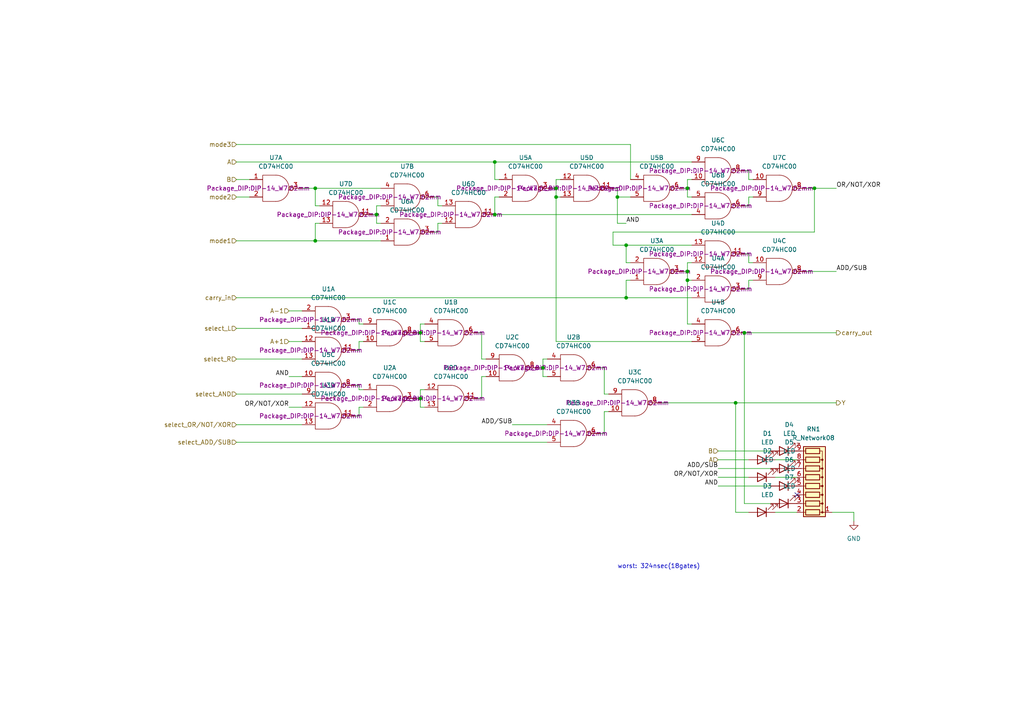
<source format=kicad_sch>
(kicad_sch (version 20211123) (generator eeschema)
  (paper "A4")
  (title_block (title "ALU") (date "2023-01-03") (rev "1.00") (company "cherry-tech"))
  (lib_symbols
    (symbol "CD74HCxx:CD74HC00" (pin_names (offset 0.762))
      (property "Reference" "U" (at -2.54 6.985 0))
      (property "Value" "CD74HC00" (at 1.27 5.08 0))
      (symbol "CD74HC00_0_0"
        (pin power_in line (at -2.54 2.54 0) (length 0) hide (name "VCC") (number "14"))
        (pin power_in line (at -2.54 -2.54 0) (length 0) hide (name "GND") (number "7"))
      )
      (symbol "CD74HC00_0_1"
        (arc (start 0 -3.81) (mid 3.81 0) (end 0 3.81))
        (polyline (pts (xy 0 3.81) (xy -3.81 3.81) (xy -3.81 -3.81) (xy 0 -3.81)))
      )
      (symbol "CD74HC00_0_2"
        (arc (start -4.445 -3.81) (mid -3.175 0) (end -4.445 3.81))
        (arc (start -3.175 -3.81) (mid 0.803 -2.7954) (end 3.81 0))
        (polyline (pts (xy -4.445 -3.81) (xy -3.175 -3.81)))
        (polyline (pts (xy -4.445 3.81) (xy -3.175 3.81)))
        (arc (start 3.81 0) (mid 0.8099 2.8117) (end -3.175 3.81))
      )
      (symbol "CD74HC00_1_1"
        (pin input line (at -7.62 2.54 0) (length 3.81) (name "~") (number "1"))
        (pin input line (at -7.62 -2.54 0) (length 3.81) (name "~") (number "2"))
        (pin output inverted (at 7.62 0 180) (length 3.81) (name "~") (number "3"))
      )
      (symbol "CD74HC00_1_2"
        (pin input inverted (at -7.62 2.54 0) (length 3.81) (name "~") (number "1"))
        (pin input inverted (at -7.62 -2.54 0) (length 3.81) (name "~") (number "2"))
        (pin output line (at 7.62 0 180) (length 3.81) (name "~") (number "3"))
      )
      (symbol "CD74HC00_2_1"
        (pin input line (at -7.62 2.54 0) (length 3.81) (name "~") (number "4"))
        (pin input line (at -7.62 -2.54 0) (length 3.81) (name "~") (number "5"))
        (pin output inverted (at 7.62 0 180) (length 3.81) (name "~") (number "6"))
      )
      (symbol "CD74HC00_2_2"
        (pin input inverted (at -7.62 2.54 0) (length 3.81) (name "~") (number "4"))
        (pin input inverted (at -7.62 -2.54 0) (length 3.81) (name "~") (number "5"))
        (pin output line (at 7.62 0 180) (length 3.81) (name "~") (number "6"))
      )
      (symbol "CD74HC00_3_1"
        (pin input line (at -7.62 -2.54 0) (length 3.81) (name "~") (number "10"))
        (pin output inverted (at 7.62 0 180) (length 3.81) (name "~") (number "8"))
        (pin input line (at -7.62 2.54 0) (length 3.81) (name "~") (number "9"))
      )
      (symbol "CD74HC00_3_2"
        (pin input inverted (at -7.62 -2.54 0) (length 3.81) (name "~") (number "10"))
        (pin output line (at 7.62 0 180) (length 3.81) (name "~") (number "8"))
        (pin input inverted (at -7.62 2.54 0) (length 3.81) (name "~") (number "9"))
      )
      (symbol "CD74HC00_4_1"
        (pin output inverted (at 7.62 0 180) (length 3.81) (name "~") (number "11"))
        (pin input line (at -7.62 2.54 0) (length 3.81) (name "~") (number "12"))
        (pin input line (at -7.62 -2.54 0) (length 3.81) (name "~") (number "13"))
      )
      (symbol "CD74HC00_4_2"
        (pin output line (at 7.62 0 180) (length 3.81) (name "~") (number "11"))
        (pin input inverted (at -7.62 2.54 0) (length 3.81) (name "~") (number "12"))
        (pin input inverted (at -7.62 -2.54 0) (length 3.81) (name "~") (number "13"))
      )
    )
    (symbol "Device:LED" (pin_numbers hide) (pin_names (offset 1.016) hide)
      (property "Reference" "D" (at 0 2.54 0))
      (property "Value" "LED" (at 0 -2.54 0))
      (symbol "LED_0_1"
        (polyline (pts (xy -1.27 -1.27) (xy -1.27 1.27)) (stroke (width 0.254)))
        (polyline (pts (xy -1.27 0) (xy 1.27 0)))
        (polyline (pts (xy 1.27 -1.27) (xy 1.27 1.27) (xy -1.27 0) (xy 1.27 -1.27)) (stroke (width 0.254)))
        (polyline (pts (xy -3.048 -0.762) (xy -4.572 -2.286) (xy -3.81 -2.286) (xy -4.572 -2.286) (xy -4.572 -1.524)))
        (polyline (pts (xy -1.778 -0.762) (xy -3.302 -2.286) (xy -2.54 -2.286) (xy -3.302 -2.286) (xy -3.302 -1.524)))
      )
      (symbol "LED_1_1"
        (pin passive line (at -3.81 0 0) (length 2.54) (name "K") (number "1"))
        (pin passive line (at 3.81 0 180) (length 2.54) (name "A") (number "2"))
      )
    )
    (symbol "Device:R_Network08" (pin_names (offset 0) hide)
      (property "Reference" "RN" (at -12.7 0 90))
      (property "Value" "R_Network08" (at 10.16 0 90))
      (symbol "R_Network08_0_1"
        (rectangle (start -11.43 -3.175) (end 8.89 3.175) (stroke (width 0.254)) (fill (type background)))
        (rectangle (start -10.922 1.524) (end -9.398 -2.54) (stroke (width 0.254)))
        (circle (center -10.16 2.286) (radius 0.254) (fill (type outline)))
        (rectangle (start -8.382 1.524) (end -6.858 -2.54) (stroke (width 0.254)))
        (circle (center -7.62 2.286) (radius 0.254) (fill (type outline)))
        (rectangle (start -5.842 1.524) (end -4.318 -2.54) (stroke (width 0.254)))
        (circle (center -5.08 2.286) (radius 0.254) (fill (type outline)))
        (rectangle (start -3.302 1.524) (end -1.778 -2.54) (stroke (width 0.254)))
        (circle (center -2.54 2.286) (radius 0.254) (fill (type outline)))
        (rectangle (start -0.762 1.524) (end 0.762 -2.54) (stroke (width 0.254)))
        (polyline (pts (xy -10.16 -2.54) (xy -10.16 -3.81)))
        (polyline (pts (xy -7.62 -2.54) (xy -7.62 -3.81)))
        (polyline (pts (xy -5.08 -2.54) (xy -5.08 -3.81)))
        (polyline (pts (xy -2.54 -2.54) (xy -2.54 -3.81)))
        (polyline (pts (xy 0 -2.54) (xy 0 -3.81)))
        (polyline (pts (xy 2.54 -2.54) (xy 2.54 -3.81)))
        (polyline (pts (xy 5.08 -2.54) (xy 5.08 -3.81)))
        (polyline (pts (xy 7.62 -2.54) (xy 7.62 -3.81)))
        (polyline (pts (xy -10.16 1.524) (xy -10.16 2.286) (xy -7.62 2.286) (xy -7.62 1.524)))
        (polyline (pts (xy -7.62 1.524) (xy -7.62 2.286) (xy -5.08 2.286) (xy -5.08 1.524)))
        (polyline (pts (xy -5.08 1.524) (xy -5.08 2.286) (xy -2.54 2.286) (xy -2.54 1.524)))
        (polyline (pts (xy -2.54 1.524) (xy -2.54 2.286) (xy 0 2.286) (xy 0 1.524)))
        (polyline (pts (xy 0 1.524) (xy 0 2.286) (xy 2.54 2.286) (xy 2.54 1.524)))
        (polyline (pts (xy 2.54 1.524) (xy 2.54 2.286) (xy 5.08 2.286) (xy 5.08 1.524)))
        (polyline (pts (xy 5.08 1.524) (xy 5.08 2.286) (xy 7.62 2.286) (xy 7.62 1.524)))
        (circle (center 0 2.286) (radius 0.254) (fill (type outline)))
        (rectangle (start 1.778 1.524) (end 3.302 -2.54) (stroke (width 0.254)))
        (circle (center 2.54 2.286) (radius 0.254) (fill (type outline)))
        (rectangle (start 4.318 1.524) (end 5.842 -2.54) (stroke (width 0.254)))
        (circle (center 5.08 2.286) (radius 0.254) (fill (type outline)))
        (rectangle (start 6.858 1.524) (end 8.382 -2.54) (stroke (width 0.254)))
      )
      (symbol "R_Network08_1_1"
        (pin passive line (at -10.16 5.08 270) (length 2.54) (name "common") (number "1"))
        (pin passive line (at -10.16 -5.08 90) (length 1.27) (name "R1") (number "2"))
        (pin passive line (at -7.62 -5.08 90) (length 1.27) (name "R2") (number "3"))
        (pin passive line (at -5.08 -5.08 90) (length 1.27) (name "R3") (number "4"))
        (pin passive line (at -2.54 -5.08 90) (length 1.27) (name "R4") (number "5"))
        (pin passive line (at 0 -5.08 90) (length 1.27) (name "R5") (number "6"))
        (pin passive line (at 2.54 -5.08 90) (length 1.27) (name "R6") (number "7"))
        (pin passive line (at 5.08 -5.08 90) (length 1.27) (name "R7") (number "8"))
        (pin passive line (at 7.62 -5.08 90) (length 1.27) (name "R8") (number "9"))
      )
    )
    (symbol "power:GND" (power) (pin_names (offset 0))
      (property "Value" "GND" (at 0 -3.81 0))
      (symbol "GND_0_1"
        (polyline (pts (xy 0 0) (xy 0 -1.27) (xy 1.27 -1.27) (xy 0 -2.54) (xy -1.27 -1.27) (xy 0 -1.27)))
      )
      (symbol "GND_1_1"
        (pin power_in line (at 0 0 270) (length 0) hide (name "GND") (number "1"))
      )
    )
  )
  (junction (at 236.22 54.61))
  (junction (at 143.51 62.23))
  (junction (at 91.44 54.61))
  (junction (at 161.29 54.61))
  (junction (at 199.39 81.28))
  (junction (at 157.48 106.68))
  (junction (at 213.36 116.84))
  (junction (at 161.29 57.15))
  (junction (at 179.07 57.15))
  (junction (at 199.39 78.74))
  (junction (at 91.44 69.85))
  (junction (at 199.39 54.61))
  (junction (at 181.61 71.12))
  (junction (at 143.51 46.99))
  (junction (at 121.92 96.52))
  (junction (at 121.92 115.57))
  (junction (at 181.61 86.36))
  (junction (at 109.22 62.23))
  (junction (at 215.9 96.52))
  (no_connect (at 231.14 143.51))
  (wire (pts (xy 161.29 52.07) (xy 161.29 54.61)))
  (wire (pts (xy 157.48 106.68) (xy 157.48 109.22)))
  (wire (pts (xy 161.29 54.61) (xy 161.29 57.15)))
  (wire (pts (xy 68.58 114.3) (xy 87.63 114.3)))
  (wire (pts (xy 143.51 57.15) (xy 143.51 62.23)))
  (wire (pts (xy 144.78 52.07) (xy 143.51 52.07)))
  (wire (pts (xy 91.44 59.69) (xy 91.44 54.61)))
  (wire (pts (xy 182.88 41.91) (xy 182.88 52.07)))
  (wire (pts (xy 68.58 41.91) (xy 182.88 41.91)))
  (wire (pts (xy 181.61 76.2) (xy 181.61 71.12)))
  (wire (pts (xy 217.17 73.66) (xy 217.17 76.2)))
  (wire (pts (xy 68.58 104.14) (xy 87.63 104.14)))
  (wire (pts (xy 143.51 52.07) (xy 143.51 46.99)))
  (wire (pts (xy 139.7 109.22) (xy 139.7 115.57)))
  (wire (pts (xy 236.22 54.61) (xy 236.22 67.31)))
  (wire (pts (xy 139.7 96.52) (xy 139.7 104.14)))
  (wire (pts (xy 143.51 62.23) (xy 200.66 62.23)))
  (wire (pts (xy 217.17 52.07) (xy 218.44 52.07)))
  (wire (pts (xy 120.65 115.57) (xy 121.92 115.57)))
  (wire (pts (xy 104.14 92.71) (xy 102.87 92.71)))
  (wire (pts (xy 92.71 59.69) (xy 91.44 59.69)))
  (wire (pts (xy 139.7 104.14) (xy 140.97 104.14)))
  (wire (pts (xy 83.82 109.22) (xy 87.63 109.22)))
  (wire (pts (xy 224.79 148.59) (xy 231.14 148.59)))
  (wire (pts (xy 181.61 64.77) (xy 179.07 64.77)))
  (wire (pts (xy 175.26 106.68) (xy 175.26 114.3)))
  (wire (pts (xy 199.39 52.07) (xy 199.39 54.61)))
  (wire (pts (xy 199.39 81.28) (xy 200.66 81.28)))
  (wire (pts (xy 102.87 120.65) (xy 104.14 120.65)))
  (wire (pts (xy 215.9 96.52) (xy 215.9 146.05)))
  (wire (pts (xy 104.14 111.76) (xy 102.87 111.76)))
  (wire (pts (xy 200.66 93.98) (xy 199.39 93.98)))
  (wire (pts (xy 199.39 76.2) (xy 199.39 78.74)))
  (wire (pts (xy 110.49 59.69) (xy 109.22 59.69)))
  (wire (pts (xy 109.22 62.23) (xy 109.22 64.77)))
  (wire (pts (xy 215.9 59.69) (xy 217.17 59.69)))
  (wire (pts (xy 200.66 52.07) (xy 199.39 52.07)))
  (wire (pts (xy 127 59.69) (xy 128.27 59.69)))
  (wire (pts (xy 179.07 57.15) (xy 179.07 64.77)))
  (wire (pts (xy 175.26 114.3) (xy 176.53 114.3)))
  (wire (pts (xy 161.29 99.06) (xy 161.29 57.15)))
  (wire (pts (xy 138.43 96.52) (xy 139.7 96.52)))
  (wire (pts (xy 198.12 78.74) (xy 199.39 78.74)))
  (wire (pts (xy 177.8 71.12) (xy 181.61 71.12)))
  (wire (pts (xy 127 67.31) (xy 127 64.77)))
  (wire (pts (xy 68.58 69.85) (xy 91.44 69.85)))
  (wire (pts (xy 199.39 93.98) (xy 199.39 81.28)))
  (wire (pts (xy 233.68 54.61) (xy 236.22 54.61)))
  (wire (pts (xy 173.99 125.73) (xy 175.26 125.73)))
  (wire (pts (xy 107.95 62.23) (xy 109.22 62.23)))
  (wire (pts (xy 125.73 57.15) (xy 127 57.15)))
  (wire (pts (xy 162.56 52.07) (xy 161.29 52.07)))
  (wire (pts (xy 68.58 95.25) (xy 87.63 95.25)))
  (wire (pts (xy 208.28 140.97) (xy 223.52 140.97)))
  (wire (pts (xy 68.58 128.27) (xy 158.75 128.27)))
  (wire (pts (xy 125.73 67.31) (xy 127 67.31)))
  (wire (pts (xy 179.07 54.61) (xy 179.07 57.15)))
  (wire (pts (xy 144.78 57.15) (xy 143.51 57.15)))
  (wire (pts (xy 179.07 57.15) (xy 182.88 57.15)))
  (wire (pts (xy 121.92 99.06) (xy 123.19 99.06)))
  (wire (pts (xy 215.9 96.52) (xy 242.57 96.52)))
  (wire (pts (xy 148.59 123.19) (xy 158.75 123.19)))
  (wire (pts (xy 121.92 113.03) (xy 121.92 115.57)))
  (wire (pts (xy 127 57.15) (xy 127 59.69)))
  (wire (pts (xy 199.39 54.61) (xy 199.39 57.15)))
  (wire (pts (xy 157.48 104.14) (xy 157.48 106.68)))
  (wire (pts (xy 104.14 93.98) (xy 104.14 92.71)))
  (wire (pts (xy 91.44 64.77) (xy 91.44 69.85)))
  (wire (pts (xy 87.63 54.61) (xy 91.44 54.61)))
  (wire (pts (xy 236.22 67.31) (xy 177.8 67.31)))
  (wire (pts (xy 208.28 130.81) (xy 223.52 130.81)))
  (wire (pts (xy 217.17 59.69) (xy 217.17 57.15)))
  (wire (pts (xy 176.53 119.38) (xy 175.26 119.38)))
  (wire (pts (xy 123.19 113.03) (xy 121.92 113.03)))
  (wire (pts (xy 208.28 138.43) (xy 217.17 138.43)))
  (wire (pts (xy 217.17 81.28) (xy 218.44 81.28)))
  (wire (pts (xy 140.97 109.22) (xy 139.7 109.22)))
  (wire (pts (xy 199.39 78.74) (xy 199.39 81.28)))
  (wire (pts (xy 215.9 73.66) (xy 217.17 73.66)))
  (wire (pts (xy 217.17 49.53) (xy 217.17 52.07)))
  (wire (pts (xy 236.22 54.61) (xy 242.57 54.61)))
  (wire (pts (xy 158.75 109.22) (xy 157.48 109.22)))
  (wire (pts (xy 91.44 69.85) (xy 110.49 69.85)))
  (wire (pts (xy 175.26 119.38) (xy 175.26 125.73)))
  (wire (pts (xy 68.58 46.99) (xy 143.51 46.99)))
  (wire (pts (xy 177.8 67.31) (xy 177.8 71.12)))
  (wire (pts (xy 215.9 83.82) (xy 217.17 83.82)))
  (wire (pts (xy 181.61 86.36) (xy 200.66 86.36)))
  (wire (pts (xy 104.14 113.03) (xy 104.14 111.76)))
  (wire (pts (xy 213.36 116.84) (xy 242.57 116.84)))
  (wire (pts (xy 199.39 57.15) (xy 200.66 57.15)))
  (wire (pts (xy 217.17 57.15) (xy 218.44 57.15)))
  (wire (pts (xy 121.92 118.11) (xy 123.19 118.11)))
  (wire (pts (xy 109.22 64.77) (xy 110.49 64.77)))
  (wire (pts (xy 177.8 54.61) (xy 179.07 54.61)))
  (wire (pts (xy 83.82 99.06) (xy 87.63 99.06)))
  (wire (pts (xy 68.58 52.07) (xy 72.39 52.07)))
  (wire (pts (xy 173.99 106.68) (xy 175.26 106.68)))
  (wire (pts (xy 181.61 71.12) (xy 200.66 71.12)))
  (wire (pts (xy 105.41 113.03) (xy 104.14 113.03)))
  (wire (pts (xy 247.65 148.59) (xy 247.65 151.13)))
  (wire (pts (xy 102.87 101.6) (xy 104.14 101.6)))
  (wire (pts (xy 200.66 76.2) (xy 199.39 76.2)))
  (wire (pts (xy 233.68 78.74) (xy 242.57 78.74)))
  (wire (pts (xy 104.14 118.11) (xy 105.41 118.11)))
  (wire (pts (xy 83.82 90.17) (xy 87.63 90.17)))
  (wire (pts (xy 217.17 83.82) (xy 217.17 81.28)))
  (wire (pts (xy 92.71 64.77) (xy 91.44 64.77)))
  (wire (pts (xy 156.21 106.68) (xy 157.48 106.68)))
  (wire (pts (xy 161.29 57.15) (xy 162.56 57.15)))
  (wire (pts (xy 224.79 133.35) (xy 231.14 133.35)))
  (wire (pts (xy 138.43 115.57) (xy 139.7 115.57)))
  (wire (pts (xy 104.14 120.65) (xy 104.14 118.11)))
  (wire (pts (xy 213.36 148.59) (xy 213.36 116.84)))
  (wire (pts (xy 104.14 101.6) (xy 104.14 99.06)))
  (wire (pts (xy 104.14 99.06) (xy 105.41 99.06)))
  (wire (pts (xy 182.88 76.2) (xy 181.61 76.2)))
  (wire (pts (xy 208.28 135.89) (xy 223.52 135.89)))
  (wire (pts (xy 160.02 54.61) (xy 161.29 54.61)))
  (wire (pts (xy 91.44 54.61) (xy 110.49 54.61)))
  (wire (pts (xy 200.66 99.06) (xy 161.29 99.06)))
  (wire (pts (xy 127 64.77) (xy 128.27 64.77)))
  (wire (pts (xy 217.17 148.59) (xy 213.36 148.59)))
  (wire (pts (xy 121.92 115.57) (xy 121.92 118.11)))
  (wire (pts (xy 224.79 138.43) (xy 231.14 138.43)))
  (wire (pts (xy 217.17 76.2) (xy 218.44 76.2)))
  (wire (pts (xy 241.3 148.59) (xy 247.65 148.59)))
  (wire (pts (xy 121.92 93.98) (xy 121.92 96.52)))
  (wire (pts (xy 208.28 133.35) (xy 217.17 133.35)))
  (wire (pts (xy 83.82 118.11) (xy 87.63 118.11)))
  (wire (pts (xy 215.9 146.05) (xy 223.52 146.05)))
  (wire (pts (xy 143.51 46.99) (xy 200.66 46.99)))
  (wire (pts (xy 198.12 54.61) (xy 199.39 54.61)))
  (wire (pts (xy 68.58 57.15) (xy 72.39 57.15)))
  (wire (pts (xy 105.41 93.98) (xy 104.14 93.98)))
  (wire (pts (xy 120.65 96.52) (xy 121.92 96.52)))
  (wire (pts (xy 182.88 81.28) (xy 181.61 81.28)))
  (wire (pts (xy 215.9 49.53) (xy 217.17 49.53)))
  (wire (pts (xy 68.58 86.36) (xy 181.61 86.36)))
  (wire (pts (xy 158.75 104.14) (xy 157.48 104.14)))
  (wire (pts (xy 123.19 93.98) (xy 121.92 93.98)))
  (wire (pts (xy 109.22 59.69) (xy 109.22 62.23)))
  (wire (pts (xy 191.77 116.84) (xy 213.36 116.84)))
  (wire (pts (xy 181.61 81.28) (xy 181.61 86.36)))
  (wire (pts (xy 121.92 96.52) (xy 121.92 99.06)))
  (wire (pts (xy 68.58 123.19) (xy 87.63 123.19)))
  (text "worst: 324nsec(18gates)" (at 179.07 165.1 0) (effects (font (size 1.27 1.27)) (justify left bottom)))
  (label "AND" (at 83.82 109.22 180))
  (label "AND" (at 181.61 64.77 0))
  (label "OR{slash}NOT{slash}XOR" (at 208.28 138.43 180))
  (label "OR{slash}NOT{slash}XOR" (at 242.57 54.61 0))
  (label "OR{slash}NOT{slash}XOR" (at 83.82 118.11 180))
  (label "AND" (at 208.28 140.97 180))
  (label "ADD{slash}SUB" (at 148.59 123.19 180))
  (label "ADD{slash}SUB" (at 208.28 135.89 180))
  (label "ADD{slash}SUB" (at 242.57 78.74 0))
  (hierarchical_label "select_OR{slash}NOT{slash}XOR" (shape input) (at 68.58 123.19 180))
  (hierarchical_label "A" (shape input) (at 68.58 46.99 180))
  (hierarchical_label "carry_out" (shape output) (at 242.57 96.52 0))
  (hierarchical_label "A-1" (shape input) (at 83.82 90.17 180))
  (hierarchical_label "B" (shape input) (at 208.28 130.81 180))
  (hierarchical_label "A" (shape input) (at 208.28 133.35 180))
  (hierarchical_label "select_AND" (shape input) (at 68.58 114.3 180))
  (hierarchical_label "select_ADD{slash}SUB" (shape input) (at 68.58 128.27 180))
  (hierarchical_label "A+1" (shape input) (at 83.82 99.06 180))
  (hierarchical_label "mode3" (shape input) (at 68.58 41.91 180))
  (hierarchical_label "Y" (shape output) (at 242.57 116.84 0))
  (hierarchical_label "mode1" (shape input) (at 68.58 69.85 180))
  (hierarchical_label "select_L" (shape input) (at 68.58 95.25 180))
  (hierarchical_label "carry_in" (shape input) (at 68.58 86.36 180))
  (hierarchical_label "B" (shape input) (at 68.58 52.07 180))
  (hierarchical_label "select_R" (shape input) (at 68.58 104.14 180))
  (hierarchical_label "mode2" (shape input) (at 68.58 57.15 180))
  (symbol (lib_id "Device:LED") (at 227.33 146.05 180) (unit 1)
    (property "Reference" "D7" (at 228.9175 138.43 0))
    (property "Value" "LED" (at 228.9175 140.97 0))
    (property "Footprint" "LED_THT:LED_D3.0mm" (effects hide))
  )
  (symbol (lib_id "Device:R_Network08") (at 236.22 138.43 270) (mirror x) (unit 1)
    (property "Reference" "RN1" (at 235.966 124.46 90))
    (property "Value" "R_Network08" (at 235.966 127 90))
    (property "Footprint" "Resistor_THT:R_Array_SIP9" (effects hide))
    (property "Datasheet" "http://www.vishay.com/docs/31509/csc.pdf" (effects hide))
  )
  (symbol (lib_id "CD74HCxx:CD74HC00") (at 226.06 54.61 0) (mirror x) (unit 3)
    (property "Reference" "U7" (at 226.06 45.72 0))
    (property "Value" "CD74HC00" (at 226.06 48.26 0))
    (property "Footprint" "Package_DIP:DIP-14_W7.62mm" (at 220.98 54.61 0))
  )
  (symbol (lib_id "CD74HCxx:CD74HC00") (at 95.25 101.6 0) (unit 4)
    (property "Reference" "U1" (at 95.25 92.71 0))
    (property "Value" "CD74HC00" (at 95.25 95.25 0))
    (property "Footprint" "Package_DIP:DIP-14_W7.62mm" (at 90.17 101.6 0))
  )
  (symbol (lib_id "CD74HCxx:CD74HC00") (at 152.4 54.61 0) (unit 1)
    (property "Reference" "U5" (at 152.4 45.72 0))
    (property "Value" "CD74HC00" (at 152.4 48.26 0))
    (property "Footprint" "Package_DIP:DIP-14_W7.62mm" (at 147.32 54.61 0))
  )
  (symbol (lib_id "CD74HCxx:CD74HC00") (at 135.89 62.23 0) (mirror x) (unit 4)
    (property "Reference" "U6" (at 135.89 53.34 0))
    (property "Value" "CD74HC00" (at 135.89 55.88 0))
    (property "Footprint" "Package_DIP:DIP-14_W7.62mm" (at 130.81 62.23 0))
  )
  (symbol (lib_id "CD74HCxx:CD74HC00") (at 118.11 67.31 0) (mirror x) (unit 1)
    (property "Reference" "U6" (at 118.11 58.42 0))
    (property "Value" "CD74HC00" (at 118.11 60.96 0))
    (property "Footprint" "Package_DIP:DIP-14_W7.62mm" (at 113.03 67.31 0))
  )
  (symbol (lib_id "CD74HCxx:CD74HC00") (at 208.28 59.69 0) (mirror x) (unit 2)
    (property "Reference" "U6" (at 208.28 50.8 0))
    (property "Value" "CD74HC00" (at 208.28 53.34 0))
    (property "Footprint" "Package_DIP:DIP-14_W7.62mm" (at 203.2 59.69 0))
  )
  (symbol (lib_id "CD74HCxx:CD74HC00") (at 208.28 49.53 0) (unit 3)
    (property "Reference" "U6" (at 208.28 40.64 0))
    (property "Value" "CD74HC00" (at 208.28 43.18 0))
    (property "Footprint" "Package_DIP:DIP-14_W7.62mm" (at 203.2 49.53 0))
  )
  (symbol (lib_id "CD74HCxx:CD74HC00") (at 190.5 78.74 0) (mirror x) (unit 1)
    (property "Reference" "U3" (at 190.5 69.85 0))
    (property "Value" "CD74HC00" (at 190.5 72.39 0))
    (property "Footprint" "Package_DIP:DIP-14_W7.62mm" (at 185.42 78.74 0))
  )
  (symbol (lib_id "Device:LED") (at 220.98 148.59 180) (unit 1)
    (property "Reference" "D3" (at 222.5675 140.97 0))
    (property "Value" "LED" (at 222.5675 143.51 0))
    (property "Footprint" "LED_THT:LED_D3.0mm" (effects hide))
  )
  (symbol (lib_id "CD74HCxx:CD74HC00") (at 80.01 54.61 0) (unit 1)
    (property "Reference" "U7" (at 80.01 45.72 0))
    (property "Value" "CD74HC00" (at 80.01 48.26 0))
    (property "Footprint" "Package_DIP:DIP-14_W7.62mm" (at 74.93 54.61 0))
  )
  (symbol (lib_id "CD74HCxx:CD74HC00") (at 95.25 92.71 0) (mirror x) (unit 1)
    (property "Reference" "U1" (at 95.25 83.82 0))
    (property "Value" "CD74HC00" (at 95.25 86.36 0))
    (property "Footprint" "Package_DIP:DIP-14_W7.62mm" (at 90.17 92.71 0))
  )
  (symbol (lib_id "CD74HCxx:CD74HC00") (at 226.06 78.74 0) (mirror x) (unit 3)
    (property "Reference" "U4" (at 226.06 69.85 0))
    (property "Value" "CD74HC00" (at 226.06 72.39 0))
    (property "Footprint" "Package_DIP:DIP-14_W7.62mm" (at 220.98 78.74 0))
  )
  (symbol (lib_id "CD74HCxx:CD74HC00") (at 170.18 54.61 0) (unit 4)
    (property "Reference" "U5" (at 170.18 45.72 0))
    (property "Value" "CD74HC00" (at 170.18 48.26 0))
    (property "Footprint" "Package_DIP:DIP-14_W7.62mm" (at 165.1 54.61 0))
  )
  (symbol (lib_id "CD74HCxx:CD74HC00") (at 100.33 62.23 0) (unit 4)
    (property "Reference" "U7" (at 100.33 53.34 0))
    (property "Value" "CD74HC00" (at 100.33 55.88 0))
    (property "Footprint" "Package_DIP:DIP-14_W7.62mm" (at 95.25 62.23 0))
  )
  (symbol (lib_id "CD74HCxx:CD74HC00") (at 208.28 96.52 0) (unit 2)
    (property "Reference" "U4" (at 208.28 87.63 0))
    (property "Value" "CD74HC00" (at 208.28 90.17 0))
    (property "Footprint" "Package_DIP:DIP-14_W7.62mm" (at 203.2 96.52 0))
  )
  (symbol (lib_id "power:GND") (at 247.65 151.13 0) (unit 1)
    (property "Reference" "#PWR01" (effects hide))
    (property "Value" "GND" (at 247.65 156.21 0))
  )
  (symbol (lib_id "Device:LED") (at 220.98 133.35 180) (unit 1)
    (property "Reference" "D1" (at 222.5675 125.73 0))
    (property "Value" "LED" (at 222.5675 128.27 0))
    (property "Footprint" "LED_THT:LED_D3.0mm" (effects hide))
  )
  (symbol (lib_id "CD74HCxx:CD74HC00") (at 113.03 96.52 0) (unit 3)
    (property "Reference" "U1" (at 113.03 87.63 0))
    (property "Value" "CD74HC00" (at 113.03 90.17 0))
    (property "Footprint" "Package_DIP:DIP-14_W7.62mm" (at 107.95 96.52 0))
  )
  (symbol (lib_id "CD74HCxx:CD74HC00") (at 208.28 83.82 0) (mirror x) (unit 1)
    (property "Reference" "U4" (at 208.28 74.93 0))
    (property "Value" "CD74HC00" (at 208.28 77.47 0))
    (property "Footprint" "Package_DIP:DIP-14_W7.62mm" (at 203.2 83.82 0))
  )
  (symbol (lib_id "Device:LED") (at 220.98 138.43 180) (unit 1)
    (property "Reference" "D2" (at 222.5675 130.81 0))
    (property "Value" "LED" (at 222.5675 133.35 0))
    (property "Footprint" "LED_THT:LED_D3.0mm" (effects hide))
  )
  (symbol (lib_id "CD74HCxx:CD74HC00") (at 148.59 106.68 0) (unit 3)
    (property "Reference" "U2" (at 148.59 97.79 0))
    (property "Value" "CD74HC00" (at 148.59 100.33 0))
    (property "Footprint" "Package_DIP:DIP-14_W7.62mm" (at 143.51 106.68 0))
  )
  (symbol (lib_id "Device:LED") (at 227.33 140.97 180) (unit 1)
    (property "Reference" "D6" (at 228.9175 133.35 0))
    (property "Value" "LED" (at 228.9175 135.89 0))
    (property "Footprint" "LED_THT:LED_D3.0mm" (effects hide))
  )
  (symbol (lib_id "CD74HCxx:CD74HC00") (at 208.28 73.66 0) (mirror x) (unit 4)
    (property "Reference" "U4" (at 208.28 64.77 0))
    (property "Value" "CD74HC00" (at 208.28 67.31 0))
    (property "Footprint" "Package_DIP:DIP-14_W7.62mm" (at 203.2 73.66 0))
  )
  (symbol (lib_id "CD74HCxx:CD74HC00") (at 95.25 111.76 0) (mirror x) (unit 3)
    (property "Reference" "U5" (at 95.25 102.87 0))
    (property "Value" "CD74HC00" (at 95.25 105.41 0))
    (property "Footprint" "Package_DIP:DIP-14_W7.62mm" (at 90.17 111.76 0))
  )
  (symbol (lib_id "CD74HCxx:CD74HC00") (at 184.15 116.84 0) (unit 3)
    (property "Reference" "U3" (at 184.15 107.95 0))
    (property "Value" "CD74HC00" (at 184.15 110.49 0))
    (property "Footprint" "Package_DIP:DIP-14_W7.62mm" (at 179.07 116.84 0))
  )
  (symbol (lib_id "CD74HCxx:CD74HC00") (at 130.81 96.52 0) (unit 2)
    (property "Reference" "U1" (at 130.81 87.63 0))
    (property "Value" "CD74HC00" (at 130.81 90.17 0))
    (property "Footprint" "Package_DIP:DIP-14_W7.62mm" (at 125.73 96.52 0))
  )
  (symbol (lib_id "CD74HCxx:CD74HC00") (at 166.37 125.73 0) (unit 2)
    (property "Reference" "U3" (at 166.37 116.84 0))
    (property "Value" "CD74HC00" (at 166.37 119.38 0))
    (property "Footprint" "Package_DIP:DIP-14_W7.62mm" (at 161.29 125.73 0))
  )
  (symbol (lib_id "CD74HCxx:CD74HC00") (at 130.81 115.57 0) (unit 4)
    (property "Reference" "U2" (at 130.81 106.68 0))
    (property "Value" "CD74HC00" (at 130.81 109.22 0))
    (property "Footprint" "Package_DIP:DIP-14_W7.62mm" (at 125.73 115.57 0))
  )
  (symbol (lib_id "CD74HCxx:CD74HC00") (at 118.11 57.15 0) (unit 2)
    (property "Reference" "U7" (at 118.11 48.26 0))
    (property "Value" "CD74HC00" (at 118.11 50.8 0))
    (property "Footprint" "Package_DIP:DIP-14_W7.62mm" (at 113.03 57.15 0))
  )
  (symbol (lib_id "CD74HCxx:CD74HC00") (at 113.03 115.57 0) (unit 1)
    (property "Reference" "U2" (at 113.03 106.68 0))
    (property "Value" "CD74HC00" (at 113.03 109.22 0))
    (property "Footprint" "Package_DIP:DIP-14_W7.62mm" (at 107.95 115.57 0))
  )
  (symbol (lib_id "CD74HCxx:CD74HC00") (at 166.37 106.68 0) (unit 2)
    (property "Reference" "U2" (at 166.37 97.79 0))
    (property "Value" "CD74HC00" (at 166.37 100.33 0))
    (property "Footprint" "Package_DIP:DIP-14_W7.62mm" (at 161.29 106.68 0))
  )
  (symbol (lib_id "Device:LED") (at 227.33 130.81 180) (unit 1)
    (property "Reference" "D4" (at 228.9175 123.19 0))
    (property "Value" "LED" (at 228.9175 125.73 0))
    (property "Footprint" "LED_THT:LED_D3.0mm" (effects hide))
  )
  (symbol (lib_id "CD74HCxx:CD74HC00") (at 95.25 120.65 0) (unit 4)
    (property "Reference" "U3" (at 95.25 111.76 0))
    (property "Value" "CD74HC00" (at 95.25 114.3 0))
    (property "Footprint" "Package_DIP:DIP-14_W7.62mm" (at 90.17 120.65 0))
  )
  (symbol (lib_id "Device:LED") (at 227.33 135.89 180) (unit 1)
    (property "Reference" "D5" (at 228.9175 128.27 0))
    (property "Value" "LED" (at 228.9175 130.81 0))
    (property "Footprint" "LED_THT:LED_D3.0mm" (effects hide))
  )
  (symbol (lib_id "CD74HCxx:CD74HC00") (at 190.5 54.61 0) (unit 2)
    (property "Reference" "U5" (at 190.5 45.72 0))
    (property "Value" "CD74HC00" (at 190.5 48.26 0))
    (property "Footprint" "Package_DIP:DIP-14_W7.62mm" (at 185.42 54.61 0))
  )
)
</source>
